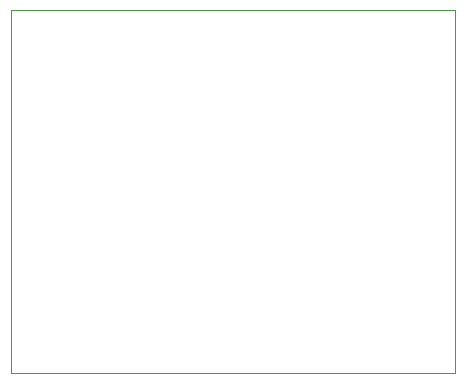
<source format=gbr>
%TF.GenerationSoftware,KiCad,Pcbnew,8.0.5*%
%TF.CreationDate,2025-03-26T13:41:29+00:00*%
%TF.ProjectId,PCB_1001_00,5043425f-3130-4303-915f-30302e6b6963,rev?*%
%TF.SameCoordinates,Original*%
%TF.FileFunction,Profile,NP*%
%FSLAX46Y46*%
G04 Gerber Fmt 4.6, Leading zero omitted, Abs format (unit mm)*
G04 Created by KiCad (PCBNEW 8.0.5) date 2025-03-26 13:41:29*
%MOMM*%
%LPD*%
G01*
G04 APERTURE LIST*
%TA.AperFunction,Profile*%
%ADD10C,0.050000*%
%TD*%
G04 APERTURE END LIST*
D10*
X123698000Y-78486000D02*
X161290000Y-78486000D01*
X161290000Y-109220000D01*
X123698000Y-109220000D01*
X123698000Y-78486000D01*
M02*

</source>
